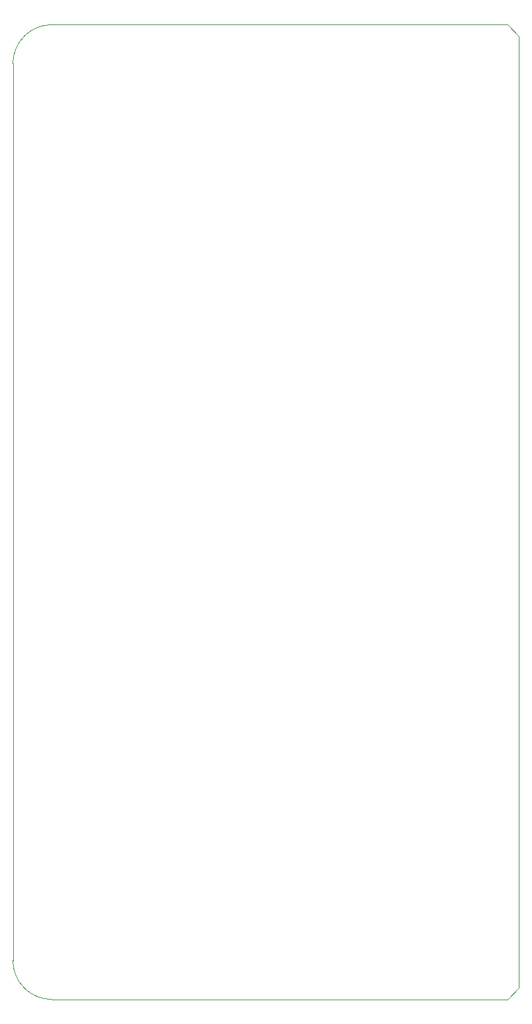
<source format=gm1>
G04 #@! TF.GenerationSoftware,KiCad,Pcbnew,5.1.6-c6e7f7d~86~ubuntu18.04.1*
G04 #@! TF.CreationDate,2020-07-07T21:11:44+12:00*
G04 #@! TF.ProjectId,M1 Control Card,4d312043-6f6e-4747-926f-6c2043617264,rev?*
G04 #@! TF.SameCoordinates,Original*
G04 #@! TF.FileFunction,Profile,NP*
%FSLAX46Y46*%
G04 Gerber Fmt 4.6, Leading zero omitted, Abs format (unit mm)*
G04 Created by KiCad (PCBNEW 5.1.6-c6e7f7d~86~ubuntu18.04.1) date 2020-07-07 21:11:44*
%MOMM*%
%LPD*%
G01*
G04 APERTURE LIST*
G04 #@! TA.AperFunction,Profile*
%ADD10C,0.050000*%
G04 #@! TD*
G04 APERTURE END LIST*
D10*
X127175000Y-153020000D02*
X185674999Y-153020000D01*
X127175000Y-28020000D02*
X185674999Y-28020000D01*
X122175000Y-33020000D02*
X122175000Y-148020000D01*
X187175000Y-151520000D02*
X185675000Y-153020000D01*
X187175000Y-29520000D02*
X185675000Y-28020000D01*
X187175000Y-90520000D02*
X187175000Y-29520000D01*
X187175000Y-90520000D02*
X187175000Y-151520000D01*
X122175000Y-33020000D02*
G75*
G02*
X127175000Y-28020000I5000000J0D01*
G01*
X127175000Y-153020000D02*
G75*
G02*
X122175000Y-148020000I0J5000000D01*
G01*
M02*

</source>
